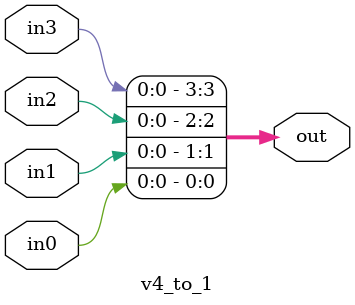
<source format=v>
module v4_to_1 (out, in0, in1, in2, in3);

output [3:0]out;
input in0, in1, in2, in3;

assign out = {in3,in2,in1,in0};

endmodule
</source>
